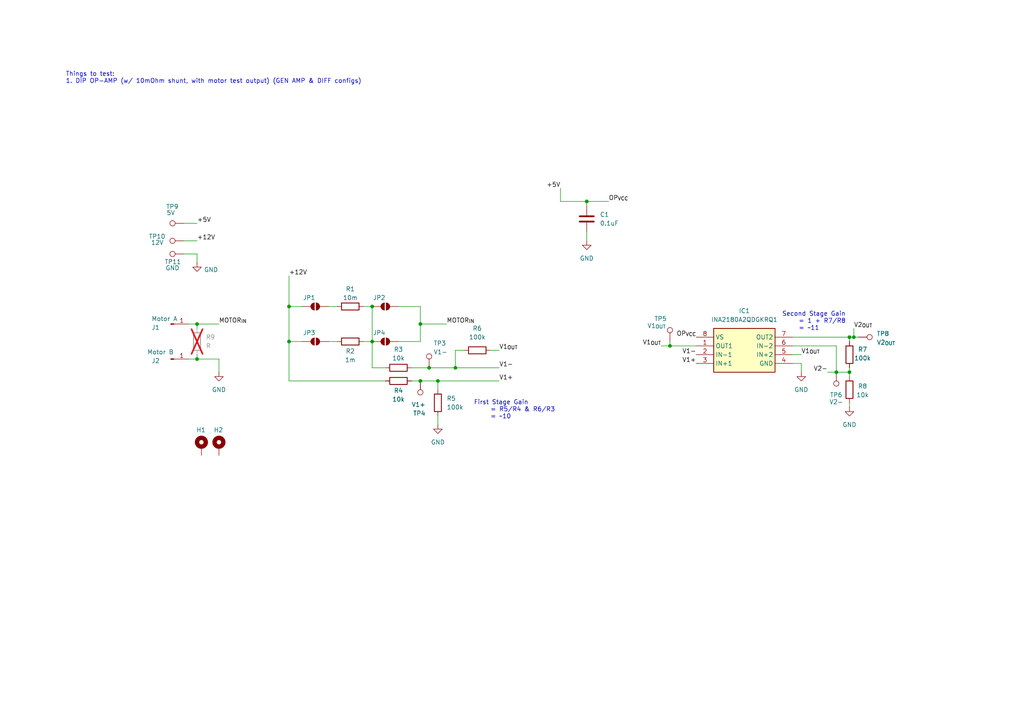
<source format=kicad_sch>
(kicad_sch (version 20231120) (generator "eeschema") (generator_version "8.0")
  (paper "A4")
  (lib_symbols
    (symbol "Connector:Conn_01x01_Pin" (pin_names (offset 1.016) hide)
      (property "Reference" "J" (at 0 2.54 0))
      (property "Value" "Conn_01x01_Pin" (at 0 -2.54 0))
      (symbol "Conn_01x01_Pin_1_1"
        (polyline (pts (xy 1.27 0) (xy 0.8636 0)) (stroke (width 0.1524)))
        (rectangle (start 0.8636 0.127) (end 0 -0.127) (stroke (width 0.1524)) (fill (type outline)))
        (pin passive line (at 5.08 0 180) (length 3.81) (name "Pin_1") (number "1"))
      )
    )
    (symbol "Connector:TestPoint" (pin_numbers hide) (pin_names (offset 0.762) hide)
      (property "Reference" "TP" (at 0 6.858 0))
      (property "Value" "TestPoint" (at 0 5.08 0))
      (symbol "TestPoint_0_1"
        (circle (center 0 3.302) (radius 0.762))
      )
      (symbol "TestPoint_1_1"
        (pin passive line (at 0 0 90) (length 2.54) (name "1") (number "1"))
      )
    )
    (symbol "CustomLibrary:INA2180A2QDGKRQ1"
      (property "Reference" "IC" (at 24.13 7.62 0))
      (property "Value" "INA2180A2QDGKRQ1" (at 24.13 5.08 0))
      (symbol "INA2180A2QDGKRQ1_1_1"
        (rectangle (start 5.08 2.54) (end 22.86 -10.16) (stroke (width 0.254)) (fill (type background)))
        (pin passive line (at 0 -2.54 0) (length 5.08) (name "OUT1") (number "1"))
        (pin passive line (at 0 -5.08 0) (length 5.08) (name "IN-1") (number "2"))
        (pin passive line (at 0 -7.62 0) (length 5.08) (name "IN+1") (number "3"))
        (pin passive line (at 27.94 -7.62 180) (length 5.08) (name "GND") (number "4"))
        (pin passive line (at 27.94 -5.08 180) (length 5.08) (name "IN+2") (number "5"))
        (pin passive line (at 27.94 -2.54 180) (length 5.08) (name "IN-2") (number "6"))
        (pin passive line (at 27.94 0 180) (length 5.08) (name "OUT2") (number "7"))
        (pin passive line (at 0 0 0) (length 5.08) (name "VS") (number "8"))
      )
    )
    (symbol "Device:C" (pin_numbers hide) (pin_names (offset 0.254))
      (property "Reference" "C" (at 0.635 2.54 0))
      (property "Value" "C" (at 0.635 -2.54 0))
      (symbol "C_0_1"
        (polyline (pts (xy -2.032 -0.762) (xy 2.032 -0.762)) (stroke (width 0.508)))
        (polyline (pts (xy -2.032 0.762) (xy 2.032 0.762)) (stroke (width 0.508)))
      )
      (symbol "C_1_1"
        (pin passive line (at 0 3.81 270) (length 2.794) (name "~") (number "1"))
        (pin passive line (at 0 -3.81 90) (length 2.794) (name "~") (number "2"))
      )
    )
    (symbol "Device:R" (pin_numbers hide) (pin_names (offset 0))
      (property "Reference" "R" (at 2.032 0 90))
      (property "Value" "R" (at 0 0 90))
      (symbol "R_0_1"
        (rectangle (start -1.016 -2.54) (end 1.016 2.54) (stroke (width 0.254)))
      )
      (symbol "R_1_1"
        (pin passive line (at 0 3.81 270) (length 1.27) (name "~") (number "1"))
        (pin passive line (at 0 -3.81 90) (length 1.27) (name "~") (number "2"))
      )
    )
    (symbol "Jumper:SolderJumper_2_Open" (pin_numbers hide) (pin_names (offset 0) hide) (exclude_from_sim yes) (in_bom no)
      (property "Reference" "JP" (at 0 2.032 0))
      (property "Value" "SolderJumper_2_Open" (at 0 -2.54 0))
      (symbol "SolderJumper_2_Open_0_1"
        (arc (start -0.254 1.016) (mid -1.2656 0) (end -0.254 -1.016))
        (arc (start -0.254 1.016) (mid -1.2656 0) (end -0.254 -1.016) (fill (type outline)))
        (polyline (pts (xy -0.254 1.016) (xy -0.254 -1.016)))
        (polyline (pts (xy 0.254 1.016) (xy 0.254 -1.016)))
        (arc (start 0.254 -1.016) (mid 1.2656 0) (end 0.254 1.016))
        (arc (start 0.254 -1.016) (mid 1.2656 0) (end 0.254 1.016) (fill (type outline)))
      )
      (symbol "SolderJumper_2_Open_1_1"
        (pin passive line (at -3.81 0 0) (length 2.54) (name "A") (number "1"))
        (pin passive line (at 3.81 0 180) (length 2.54) (name "B") (number "2"))
      )
    )
    (symbol "Mechanical:MountingHole_Pad" (pin_numbers hide) (pin_names (offset 1.016) hide) (exclude_from_sim yes) (in_bom no)
      (property "Reference" "H" (at 0 6.35 0))
      (property "Value" "MountingHole_Pad" (at 0 4.445 0))
      (symbol "MountingHole_Pad_0_1"
        (circle (center 0 1.27) (radius 1.27) (stroke (width 1.27)))
      )
      (symbol "MountingHole_Pad_1_1"
        (pin input line (at 0 -2.54 90) (length 2.54) (name "1") (number "1"))
      )
    )
    (symbol "power:GND" (power) (pin_numbers hide) (pin_names (offset 0) hide)
      (property "Value" "GND" (at 0 -3.81 0))
      (symbol "GND_0_1"
        (polyline (pts (xy 0 0) (xy 0 -1.27) (xy 1.27 -1.27) (xy 0 -2.54) (xy -1.27 -1.27) (xy 0 -1.27)))
      )
      (symbol "GND_1_1"
        (pin power_in line (at 0 0 270) (length 0) (name "~") (number "1"))
      )
    )
  )
  (junction (at 170.18 58.42))
  (junction (at 107.95 88.9))
  (junction (at 124.46 106.68))
  (junction (at 57.15 93.98))
  (junction (at 57.15 104.14))
  (junction (at 83.82 88.9))
  (junction (at 194.31 100.33))
  (junction (at 121.92 93.98))
  (junction (at 247.65 97.79))
  (junction (at 246.38 97.79))
  (junction (at 107.95 99.06))
  (junction (at 121.92 110.49))
  (junction (at 83.82 99.06))
  (junction (at 242.57 107.95))
  (junction (at 127 110.49))
  (junction (at 246.38 107.95))
  (junction (at 132.08 106.68))
  (wire (pts (xy 162.56 54.61) (xy 162.56 58.42)))
  (wire (pts (xy 246.38 118.11) (xy 246.38 116.84)))
  (wire (pts (xy 63.5 93.98) (xy 57.15 93.98)))
  (wire (pts (xy 229.87 100.33) (xy 242.57 100.33)))
  (wire (pts (xy 119.38 110.49) (xy 121.92 110.49)))
  (wire (pts (xy 121.92 88.9) (xy 121.92 93.98)))
  (wire (pts (xy 170.18 58.42) (xy 176.53 58.42)))
  (wire (pts (xy 242.57 100.33) (xy 242.57 107.95)))
  (wire (pts (xy 57.15 95.25) (xy 57.15 93.98)))
  (wire (pts (xy 107.95 99.06) (xy 107.95 106.68)))
  (wire (pts (xy 246.38 107.95) (xy 246.38 106.68)))
  (wire (pts (xy 246.38 97.79) (xy 247.65 97.79)))
  (wire (pts (xy 170.18 67.31) (xy 170.18 69.85)))
  (wire (pts (xy 170.18 58.42) (xy 170.18 59.69)))
  (wire (pts (xy 247.65 95.25) (xy 247.65 97.79)))
  (wire (pts (xy 57.15 104.14) (xy 63.5 104.14)))
  (wire (pts (xy 107.95 106.68) (xy 111.76 106.68)))
  (wire (pts (xy 95.25 88.9) (xy 97.79 88.9)))
  (wire (pts (xy 194.31 100.33) (xy 201.93 100.33)))
  (wire (pts (xy 127 110.49) (xy 144.78 110.49)))
  (wire (pts (xy 229.87 105.41) (xy 232.41 105.41)))
  (wire (pts (xy 53.34 69.85) (xy 57.15 69.85)))
  (wire (pts (xy 162.56 58.42) (xy 170.18 58.42)))
  (wire (pts (xy 121.92 93.98) (xy 129.54 93.98)))
  (wire (pts (xy 115.57 99.06) (xy 121.92 99.06)))
  (wire (pts (xy 132.08 106.68) (xy 144.78 106.68)))
  (wire (pts (xy 83.82 99.06) (xy 87.63 99.06)))
  (wire (pts (xy 242.57 107.95) (xy 246.38 107.95)))
  (wire (pts (xy 115.57 88.9) (xy 121.92 88.9)))
  (wire (pts (xy 119.38 106.68) (xy 124.46 106.68)))
  (wire (pts (xy 57.15 73.66) (xy 57.15 76.2)))
  (wire (pts (xy 121.92 110.49) (xy 127 110.49)))
  (wire (pts (xy 134.62 101.6) (xy 132.08 101.6)))
  (wire (pts (xy 132.08 101.6) (xy 132.08 106.68)))
  (wire (pts (xy 83.82 80.01) (xy 83.82 88.9)))
  (wire (pts (xy 83.82 88.9) (xy 83.82 99.06)))
  (wire (pts (xy 240.03 107.95) (xy 242.57 107.95)))
  (wire (pts (xy 107.95 88.9) (xy 107.95 99.06)))
  (wire (pts (xy 121.92 99.06) (xy 121.92 93.98)))
  (wire (pts (xy 105.41 99.06) (xy 107.95 99.06)))
  (wire (pts (xy 124.46 106.68) (xy 132.08 106.68)))
  (wire (pts (xy 95.25 99.06) (xy 97.79 99.06)))
  (wire (pts (xy 247.65 97.79) (xy 248.92 97.79)))
  (wire (pts (xy 57.15 93.98) (xy 54.61 93.98)))
  (wire (pts (xy 194.31 100.33) (xy 194.31 99.06)))
  (wire (pts (xy 191.77 100.33) (xy 194.31 100.33)))
  (wire (pts (xy 127 120.65) (xy 127 123.19)))
  (wire (pts (xy 229.87 102.87) (xy 232.41 102.87)))
  (wire (pts (xy 232.41 105.41) (xy 232.41 107.95)))
  (wire (pts (xy 53.34 73.66) (xy 57.15 73.66)))
  (wire (pts (xy 83.82 110.49) (xy 111.76 110.49)))
  (wire (pts (xy 54.61 104.14) (xy 57.15 104.14)))
  (wire (pts (xy 57.15 102.87) (xy 57.15 104.14)))
  (wire (pts (xy 63.5 104.14) (xy 63.5 107.95)))
  (wire (pts (xy 246.38 109.22) (xy 246.38 107.95)))
  (wire (pts (xy 127 110.49) (xy 127 113.03)))
  (wire (pts (xy 83.82 88.9) (xy 87.63 88.9)))
  (wire (pts (xy 142.24 101.6) (xy 144.78 101.6)))
  (wire (pts (xy 229.87 97.79) (xy 246.38 97.79)))
  (wire (pts (xy 83.82 99.06) (xy 83.82 110.49)))
  (wire (pts (xy 246.38 99.06) (xy 246.38 97.79)))
  (wire (pts (xy 53.34 64.77) (xy 57.15 64.77)))
  (wire (pts (xy 105.41 88.9) (xy 107.95 88.9)))
  (text "Second Stage Gain \n	= 1 + R7/R8\n	= ~11" (at 226.822 93.218 0) (effects (font (size 1.27 1.27)) (justify left)))
  (text "First Stage Gain \n	= R5/R4 & R6/R3\n	= ~10" (at 137.414 118.872 0) (effects (font (size 1.27 1.27)) (justify left)))
  (text "Things to test:\n1. DIP OP-AMP (w/ 10mOhm shunt, with motor test output) (GEN AMP & DIFF configs)" (at 19.05 22.606 0) (effects (font (size 1.27 1.27)) (justify left)))
  (label "V1+" (at 144.78 110.49 0))
  (label "OP_{VCC}" (at 176.53 58.42 0))
  (label "+12V" (at 57.15 69.85 0))
  (label "V1_{OUT}" (at 191.77 100.33 180))
  (label "+12V" (at 83.82 80.01 0))
  (label "V1_{OUT}" (at 232.41 102.87 0))
  (label "V2-" (at 240.03 107.95 180))
  (label "MOTOR_{IN}" (at 129.54 93.98 0))
  (label "+5V" (at 57.15 64.77 0))
  (label "V1-" (at 144.78 106.68 0))
  (label "V2_{OUT}" (at 247.65 95.25 0))
  (label "V1-" (at 201.93 102.87 180))
  (label "MOTOR_{IN}" (at 63.5 93.98 0))
  (label "OP_{VCC}" (at 201.93 97.79 180))
  (label "V1_{OUT}" (at 144.78 101.6 0))
  (label "V1+" (at 201.93 105.41 180))
  (label "+5V" (at 162.56 54.61 180))
  (symbol (lib_id "Jumper:SolderJumper_2_Open") (at 91.44 99.06 180) (unit 1) (exclude_from_sim yes) (in_bom no)
    (property "Reference" "JP3" (at 89.662 96.52 0))
    (property "Value" "SolderJumper_2_Open" (effects (hide yes)))
    (property "Footprint" "Jumper:SolderJumper-2_P1.3mm_Open_RoundedPad1.0x1.5mm" (effects (hide yes)))
    (property "Description" "Solder Jumper, 2-pole, open" (effects (hide yes)))
  )
  (symbol (lib_id "Connector:Conn_01x01_Pin") (at 49.53 104.14 0) (unit 1)
    (property "Reference" "J2" (at 43.942 104.648 0) (effects (justify left)))
    (property "Value" "Motor B" (at 42.672 102.108 0) (effects (justify left)))
    (property "Footprint" "CustomLibrary:CONN_726386-2_TEC" (effects (hide yes)))
    (property "Description" "Generic connector, single row, 01x01, script generated" (effects (hide yes)))
  )
  (symbol (lib_id "Jumper:SolderJumper_2_Open") (at 111.76 99.06 180) (unit 1) (exclude_from_sim yes) (in_bom no)
    (property "Reference" "JP4" (at 109.982 96.52 0))
    (property "Value" "SolderJumper_2_Open" (effects (hide yes)))
    (property "Footprint" "Jumper:SolderJumper-2_P1.3mm_Open_RoundedPad1.0x1.5mm" (effects (hide yes)))
    (property "Description" "Solder Jumper, 2-pole, open" (effects (hide yes)))
  )
  (symbol (lib_id "Connector:TestPoint") (at 248.92 97.79 270) (unit 1)
    (property "Reference" "TP8" (at 254.254 96.774 90) (effects (justify left)))
    (property "Value" "V2_{OUT}" (at 254.254 99.314 90) (effects (justify left)))
    (property "Footprint" "TestPoint:TestPoint_Pad_D3.0mm" (effects (hide yes)))
    (property "Description" "test point" (effects (hide yes)))
  )
  (symbol (lib_id "power:GND") (at 232.41 107.95 0) (unit 1)
    (property "Reference" "#PWR04" (effects (hide yes)))
    (property "Value" "GND" (at 232.41 113.03 0))
    (property "Description" "Power symbol creates a global label with name \"GND\" , ground" (effects (hide yes)))
  )
  (symbol (lib_id "Device:R") (at 127 116.84 180) (unit 1)
    (property "Reference" "R5" (at 129.54 115.5699 0) (effects (justify right)))
    (property "Value" "100k" (at 129.54 118.1099 0) (effects (justify right)))
    (property "Footprint" "Resistor_SMD:R_0603_1608Metric_Pad0.98x0.95mm_HandSolder" (effects (hide yes)))
    (property "Description" "Resistor" (effects (hide yes)))
  )
  (symbol (lib_id "Device:R") (at 246.38 102.87 0) (unit 1)
    (property "Reference" "R7" (at 250.19 101.346 0))
    (property "Value" "100k" (at 250.19 103.886 0))
    (property "Footprint" "Resistor_SMD:R_0603_1608Metric_Pad0.98x0.95mm_HandSolder" (effects (hide yes)))
    (property "Description" "Resistor" (effects (hide yes)))
  )
  (symbol (lib_id "Connector:Conn_01x01_Pin") (at 49.53 93.98 0) (unit 1)
    (property "Reference" "J1" (at 43.942 94.996 0) (effects (justify left)))
    (property "Value" "Motor A" (at 43.942 92.456 0) (effects (justify left)))
    (property "Footprint" "CustomLibrary:CONN_726386-2_TEC" (effects (hide yes)))
    (property "Description" "Generic connector, single row, 01x01, script generated" (effects (hide yes)))
  )
  (symbol (lib_id "Device:R") (at 101.6 99.06 270) (unit 1)
    (property "Reference" "R2" (at 101.6 101.854 90))
    (property "Value" "1m" (at 101.6 104.394 90))
    (property "Footprint" "Resistor_SMD:R_2512_6332Metric_Pad1.40x3.35mm_HandSolder" (effects (hide yes)))
    (property "Description" "Resistor" (effects (hide yes)))
  )
  (symbol (lib_id "Mechanical:MountingHole_Pad") (at 58.42 129.54 0) (unit 1) (exclude_from_sim yes) (in_bom no)
    (property "Reference" "H1" (at 56.896 124.714 0) (effects (justify left)))
    (property "Value" "MountingHole_Pad" (effects (hide yes)))
    (property "Footprint" "MountingHole:MountingHole_3.2mm_M3_DIN965_Pad" (effects (hide yes)))
    (property "Description" "Mounting Hole with connection" (effects (hide yes)))
  )
  (symbol (lib_id "Connector:TestPoint") (at 53.34 73.66 90) (unit 1)
    (property "Reference" "TP11" (at 52.578 75.946 90) (effects (justify left)))
    (property "Value" "GND" (at 52.07 77.724 90) (effects (justify left)))
    (property "Footprint" "TestPoint:TestPoint_Pad_D3.0mm" (effects (hide yes)))
    (property "Description" "test point" (effects (hide yes)))
  )
  (symbol (lib_id "power:GND") (at 63.5 107.95 0) (unit 1)
    (property "Reference" "#PWR05" (effects (hide yes)))
    (property "Value" "GND" (at 63.5 113.03 0))
    (property "Description" "Power symbol creates a global label with name \"GND\" , ground" (effects (hide yes)))
  )
  (symbol (lib_id "Connector:TestPoint") (at 53.34 64.77 90) (unit 1)
    (property "Reference" "TP9" (at 51.816 59.944 90) (effects (justify left)))
    (property "Value" "5V" (at 50.8 61.722 90) (effects (justify left)))
    (property "Footprint" "TestPoint:TestPoint_Pad_D3.0mm" (effects (hide yes)))
    (property "Description" "test point" (effects (hide yes)))
  )
  (symbol (lib_id "Device:C") (at 170.18 63.5 0) (unit 1)
    (property "Reference" "C1" (at 173.99 62.2299 0) (effects (justify left)))
    (property "Value" "0.1uF" (at 173.99 64.7699 0) (effects (justify left)))
    (property "Footprint" "Capacitor_SMD:C_0603_1608Metric_Pad1.08x0.95mm_HandSolder" (effects (hide yes)))
    (property "Description" "Unpolarized capacitor" (effects (hide yes)))
  )
  (symbol (lib_id "Jumper:SolderJumper_2_Open") (at 111.76 88.9 180) (unit 1) (exclude_from_sim yes) (in_bom no)
    (property "Reference" "JP2" (at 109.982 86.36 0))
    (property "Value" "SolderJumper_2_Open" (effects (hide yes)))
    (property "Footprint" "Jumper:SolderJumper-2_P1.3mm_Open_RoundedPad1.0x1.5mm" (effects (hide yes)))
    (property "Description" "Solder Jumper, 2-pole, open" (effects (hide yes)))
  )
  (symbol (lib_id "Device:R") (at 101.6 88.9 270) (unit 1)
    (property "Reference" "R1" (at 101.6 83.82 90))
    (property "Value" "10m" (at 101.6 86.36 90))
    (property "Footprint" "Resistor_SMD:R_1206_3216Metric_Pad1.30x1.75mm_HandSolder" (effects (hide yes)))
    (property "Description" "Resistor" (effects (hide yes)))
  )
  (symbol (lib_id "Connector:TestPoint") (at 242.57 107.95 180) (unit 1)
    (property "Reference" "TP6" (at 244.348 114.554 0) (effects (justify left)))
    (property "Value" "V2-" (at 244.602 116.586 0) (effects (justify left)))
    (property "Footprint" "TestPoint:TestPoint_Pad_D3.0mm" (effects (hide yes)))
    (property "Description" "test point" (effects (hide yes)))
  )
  (symbol (lib_id "power:GND") (at 246.38 118.11 0) (unit 1)
    (property "Reference" "#PWR07" (effects (hide yes)))
    (property "Value" "GND" (at 246.38 123.19 0))
    (property "Description" "Power symbol creates a global label with name \"GND\" , ground" (effects (hide yes)))
  )
  (symbol (lib_id "Connector:TestPoint") (at 121.92 110.49 180) (unit 1)
    (property "Reference" "TP4" (at 123.444 119.888 0) (effects (justify left)))
    (property "Value" "V1+" (at 123.444 117.348 0) (effects (justify left)))
    (property "Footprint" "TestPoint:TestPoint_Pad_D3.0mm" (effects (hide yes)))
    (property "Description" "test point" (effects (hide yes)))
  )
  (symbol (lib_id "power:GND") (at 127 123.19 0) (unit 1)
    (property "Reference" "#PWR01" (effects (hide yes)))
    (property "Value" "GND" (at 127 128.27 0))
    (property "Description" "Power symbol creates a global label with name \"GND\" , ground" (effects (hide yes)))
  )
  (symbol (lib_id "Mechanical:MountingHole_Pad") (at 63.5 129.54 0) (unit 1) (exclude_from_sim yes) (in_bom no)
    (property "Reference" "H2" (at 61.976 124.714 0) (effects (justify left)))
    (property "Value" "MountingHole_Pad" (effects (hide yes)))
    (property "Footprint" "MountingHole:MountingHole_3.2mm_M3_DIN965_Pad" (effects (hide yes)))
    (property "Description" "Mounting Hole with connection" (effects (hide yes)))
  )
  (symbol (lib_id "Jumper:SolderJumper_2_Open") (at 91.44 88.9 180) (unit 1) (exclude_from_sim yes) (in_bom no)
    (property "Reference" "JP1" (at 89.662 86.36 0))
    (property "Value" "SolderJumper_2_Open" (effects (hide yes)))
    (property "Footprint" "Jumper:SolderJumper-2_P1.3mm_Open_RoundedPad1.0x1.5mm" (effects (hide yes)))
    (property "Description" "Solder Jumper, 2-pole, open" (effects (hide yes)))
  )
  (symbol (lib_id "power:GND") (at 57.15 76.2 0) (unit 1)
    (property "Reference" "#PWR08" (effects (hide yes)))
    (property "Value" "GND" (at 61.214 78.232 0))
    (property "Description" "Power symbol creates a global label with name \"GND\" , ground" (effects (hide yes)))
  )
  (symbol (lib_id "Device:R") (at 115.57 106.68 90) (unit 1)
    (property "Reference" "R3" (at 115.57 101.346 90))
    (property "Value" "10k" (at 115.57 103.886 90))
    (property "Footprint" "Resistor_SMD:R_0603_1608Metric_Pad0.98x0.95mm_HandSolder" (effects (hide yes)))
    (property "Description" "Resistor" (effects (hide yes)))
  )
  (symbol (lib_id "Device:R") (at 246.38 113.03 0) (unit 1)
    (property "Reference" "R8" (at 250.19 112.014 0))
    (property "Value" "10k" (at 250.19 114.554 0))
    (property "Footprint" "Resistor_SMD:R_0603_1608Metric_Pad0.98x0.95mm_HandSolder" (effects (hide yes)))
    (property "Description" "Resistor" (effects (hide yes)))
  )
  (symbol (lib_id "Connector:TestPoint") (at 124.46 106.68 0) (unit 1)
    (property "Reference" "TP3" (at 125.73 99.568 0) (effects (justify left)))
    (property "Value" "V1-" (at 125.73 102.108 0) (effects (justify left)))
    (property "Footprint" "TestPoint:TestPoint_Pad_D3.0mm" (effects (hide yes)))
    (property "Description" "test point" (effects (hide yes)))
  )
  (symbol (lib_id "CustomLibrary:INA2180A2QDGKRQ1") (at 201.93 97.79 0) (unit 1)
    (property "Reference" "IC1" (at 215.9 90.17 0))
    (property "Value" "INA2180A2QDGKRQ1" (at 215.9 92.71 0))
    (property "Footprint" "SOP65P490X110-8N" (effects (hide yes)))
    (property "Datasheet" "http://www.ti.com/lit/gpn/ina2180-q1" (effects (hide yes)))
    (property "Description" "AEC-Q100, Dual Channel,  26V, Low-/High-Side, Voltage Output Current Sense Amp" (effects (hide yes)))
    (property "Height" "1.1" (effects (hide yes)))
    (property "Mouser Part Number" "595-INA2180A2QDGKRQ1" (effects (hide yes)))
    (property "Mouser Price/Stock" "https://www.mouser.co.uk/ProductDetail/Texas-Instruments/INA2180A2QDGKRQ1?qs=vdi0iO8H4N1SYNUz3eYOCA%3D%3D" (effects (hide yes)))
    (property "Manufacturer_Name" "Texas Instruments" (effects (hide yes)))
    (property "Manufacturer_Part_Number" "INA2180A2QDGKRQ1" (effects (hide yes)))
  )
  (symbol (lib_id "Device:R") (at 115.57 110.49 90) (unit 1)
    (property "Reference" "R4" (at 115.57 113.284 90))
    (property "Value" "10k" (at 115.57 115.824 90))
    (property "Footprint" "Resistor_SMD:R_0603_1608Metric_Pad0.98x0.95mm_HandSolder" (effects (hide yes)))
    (property "Description" "Resistor" (effects (hide yes)))
  )
  (symbol (lib_id "Connector:TestPoint") (at 194.31 99.06 0) (unit 1)
    (property "Reference" "TP5" (at 189.738 92.456 0) (effects (justify left)))
    (property "Value" "V1_{OUT}" (at 187.706 94.488 0) (effects (justify left)))
    (property "Footprint" "TestPoint:TestPoint_Pad_D3.0mm" (effects (hide yes)))
    (property "Description" "test point" (effects (hide yes)))
  )
  (symbol (lib_id "power:GND") (at 170.18 69.85 0) (unit 1)
    (property "Reference" "#PWR010" (effects (hide yes)))
    (property "Value" "GND" (at 170.18 74.93 0))
    (property "Description" "Power symbol creates a global label with name \"GND\" , ground" (effects (hide yes)))
  )
  (symbol (lib_id "Connector:TestPoint") (at 53.34 69.85 90) (unit 1)
    (property "Reference" "TP10" (at 48.006 68.58 90) (effects (justify left)))
    (property "Value" "12V" (at 47.498 70.358 90) (effects (justify left)))
    (property "Footprint" "TestPoint:TestPoint_Pad_D3.0mm" (effects (hide yes)))
    (property "Description" "test point" (effects (hide yes)))
  )
  (symbol (lib_id "Device:R") (at 138.43 101.6 90) (unit 1)
    (property "Reference" "R6" (at 138.43 95.25 90))
    (property "Value" "100k" (at 138.43 97.79 90))
    (property "Footprint" "Resistor_SMD:R_0603_1608Metric_Pad0.98x0.95mm_HandSolder" (effects (hide yes)))
    (property "Description" "Resistor" (effects (hide yes)))
  )
  (symbol (lib_id "Device:R") (at 57.15 99.06 0) (unit 1) (dnp yes)
    (property "Reference" "R9" (at 59.69 97.7899 0) (effects (justify left)))
    (property "Value" "R" (at 59.69 100.3299 0) (effects (justify left)))
    (property "Footprint" "Resistor_THT:R_Axial_DIN0207_L6.3mm_D2.5mm_P10.16mm_Horizontal" (effects (hide yes)))
    (property "Description" "Resistor" (effects (hide yes)))
  )
)
</source>
